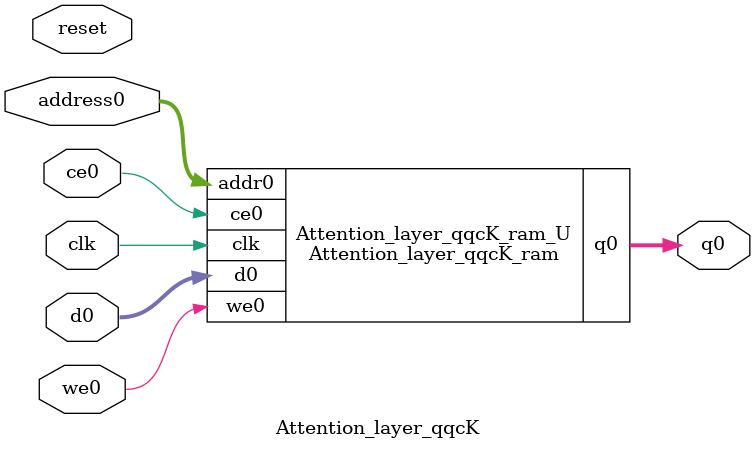
<source format=v>
`timescale 1 ns / 1 ps
module Attention_layer_qqcK_ram (addr0, ce0, d0, we0, q0,  clk);

parameter DWIDTH = 32;
parameter AWIDTH = 8;
parameter MEM_SIZE = 144;

input[AWIDTH-1:0] addr0;
input ce0;
input[DWIDTH-1:0] d0;
input we0;
output reg[DWIDTH-1:0] q0;
input clk;

(* ram_style = "block" *)reg [DWIDTH-1:0] ram[0:MEM_SIZE-1];




always @(posedge clk)  
begin 
    if (ce0) begin
        if (we0) 
            ram[addr0] <= d0; 
        q0 <= ram[addr0];
    end
end


endmodule

`timescale 1 ns / 1 ps
module Attention_layer_qqcK(
    reset,
    clk,
    address0,
    ce0,
    we0,
    d0,
    q0);

parameter DataWidth = 32'd32;
parameter AddressRange = 32'd144;
parameter AddressWidth = 32'd8;
input reset;
input clk;
input[AddressWidth - 1:0] address0;
input ce0;
input we0;
input[DataWidth - 1:0] d0;
output[DataWidth - 1:0] q0;



Attention_layer_qqcK_ram Attention_layer_qqcK_ram_U(
    .clk( clk ),
    .addr0( address0 ),
    .ce0( ce0 ),
    .we0( we0 ),
    .d0( d0 ),
    .q0( q0 ));

endmodule


</source>
